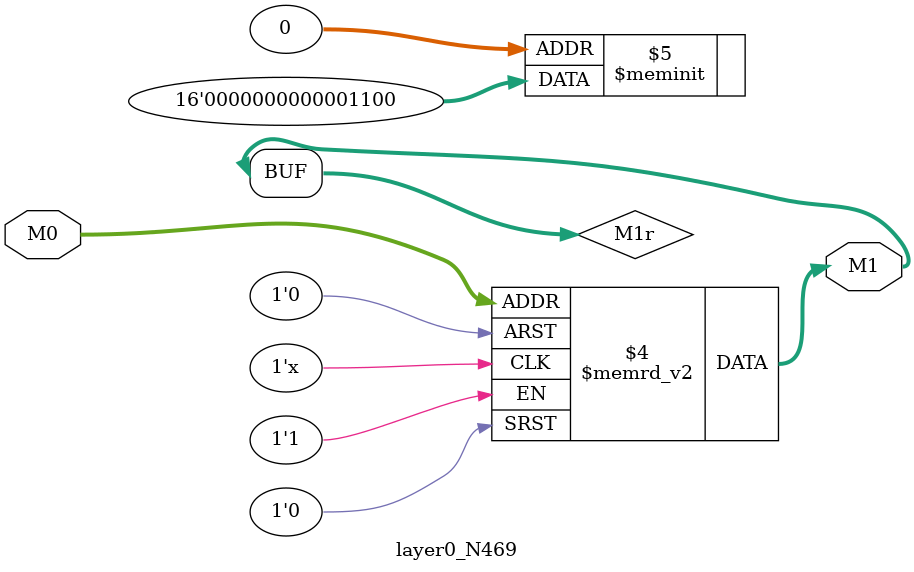
<source format=v>
module layer0_N469 ( input [2:0] M0, output [1:0] M1 );

	(*rom_style = "distributed" *) reg [1:0] M1r;
	assign M1 = M1r;
	always @ (M0) begin
		case (M0)
			3'b000: M1r = 2'b00;
			3'b100: M1r = 2'b00;
			3'b010: M1r = 2'b00;
			3'b110: M1r = 2'b00;
			3'b001: M1r = 2'b11;
			3'b101: M1r = 2'b00;
			3'b011: M1r = 2'b00;
			3'b111: M1r = 2'b00;

		endcase
	end
endmodule

</source>
